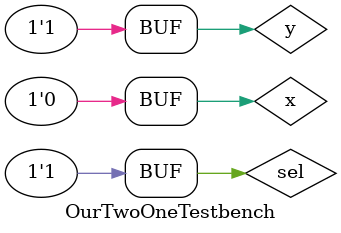
<source format=v>

module TwoOneMux (output /*reg*/ z, input x,y,sel);

not(w1 ,sel);
and(w2,w1,x);
and(w3,sel,y);
or(z,w2,w3);

/*   assign z =(~sel *~y*x)+(~sel*y*x)+(sel*y*x)+(sel*y*x);*/

/*always@ (x or y or sel)
begin
if (sel ==0)
begin
z=x;

end 

else if (sel ==1)
begin 
z=y;

end 

else 
begin
z= 1'bx;

end 

end */
endmodule

module OurTwoOneTestbench;
reg x, y,sel;
wire z;
initial
begin
$monitor ("%b %b %b %b", x, y, sel, z);
#5 
sel =0;
x=0;
y=1;

#5 
x=1;
y=0;

#5 
sel = 1;

#5
x=0;
y=1;



end 

TwoOneMux M1(z,x,y,sel);
endmodule 


</source>
